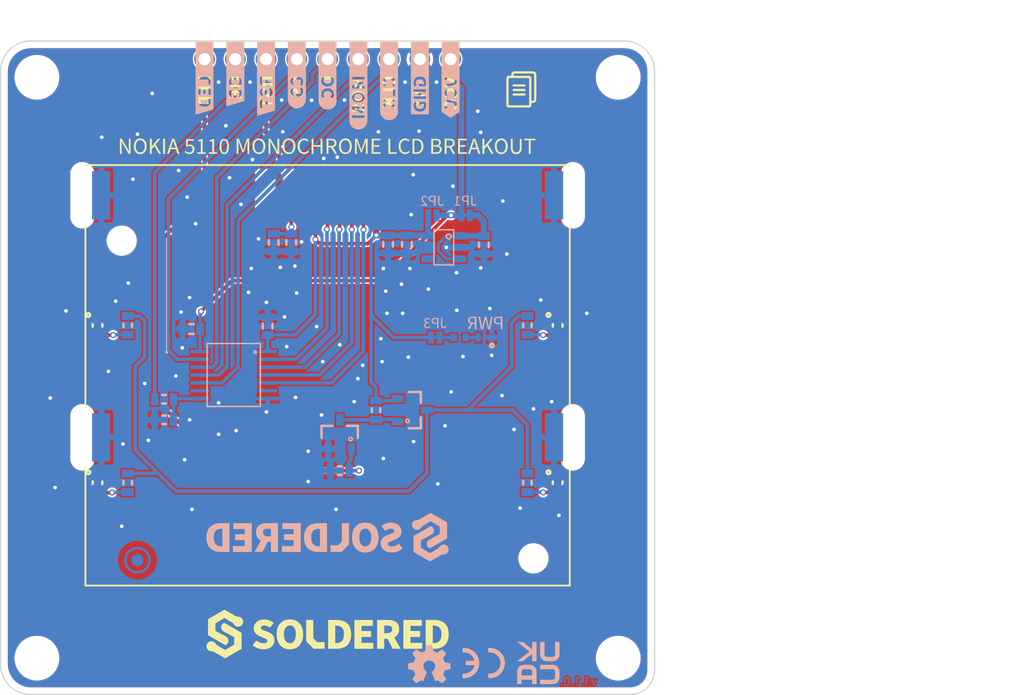
<source format=kicad_pcb>
(kicad_pcb (version 20211014) (generator pcbnew)
  (title_block (title "Nokia 5110 Monochrome LCD breakout") (date "2023-05-22") (rev "V1.1.0.") (company "SOLDERED") (comment 1 "333272"))
  (layers (0 "F.Cu" signal) (31 "B.Cu" signal) (34 "B.Paste" user) (35 "F.Paste" user) (36 "B.SilkS" user "B.Silkscreen") (37 "F.SilkS" user "F.Silkscreen") (38 "B.Mask" user) (39 "F.Mask" user) (44 "Edge.Cuts" user))
  (net 0 "")
  (net 1 "GND")
  (net 2 "Net-(C1-Pad2)")
  (net 3 "3V3")
  (net 4 "Net-(C3-Pad2)")
  (net 5 "VCC")
  (net 6 "OE")
  (net 7 "CS_H")
  (net 8 "MOSI_H")
  (net 9 "DC_H")
  (net 11 "CLK_L")
  (net 12 "MOSI_L")
  (net 13 "DC_L")
  (net 14 "CS_L")
  (net 15 "RST")
  (net 17 "CLK_H")
  (net 19 "Net-(D1-Pad1)")
  (net 20 "Net-(JP3-Pad2)")
  (net 21 "Net-(D2-Pad1)")
  (net 22 "Net-(D3-Pad1)")
  (net 23 "Net-(D4-Pad1)")
  (net 24 "Net-(D5-Pad1)")
  (net 25 "LED")
  (net 26 "Net-(Q1-Pad3)")
  (net 27 "Net-(R1-Pad2)")
  (net 28 "Net-(Q1-Pad1)")
  (footprint "kibuzzard-6401968D" (layer "F.Cu") (at 144.62 89 90)
    (fp_text reference "kibuzzard-6401968D" hide)
    (fp_text value "G***" hide)
  )
  (footprint "kibuzzard-64019679" (layer "F.Cu") (at 147.16 89.15 90)
    (fp_text reference "kibuzzard-64019679" hide)
    (fp_text value "G***" hide)
  )
  (footprint "e-radionica.com footprinti:0603LED" (layer "F.Cu") (at 118 122.5 -90)
    (fp_text reference "D2")
    (fp_text value "White")
    (pad "1" smd rect (at 0.825 0) (size 0.95 0.8) (layers "F.Cu" "F.Paste" "F.Mask") (net 21 "Net-(D2-Pad1)"))
    (pad "2" smd rect (at -0.825 0) (size 0.95 0.8) (layers "F.Cu" "F.Paste" "F.Mask") (net 1 "GND"))
  )
  (footprint "e-radionica.com footprinti:HOLE_3.2mm" (layer "F.Cu") (at 161 137)
    (fp_text reference "H2" hide)
    (fp_text value "HOLE_3.2mm" hide)
    (pad "" np_thru_hole circle locked (at 0 0) (size 3.2 3.2) (drill 3.2) (layers F&B.Cu *.Mask))
  )
  (footprint "e-radionica.com footprinti:Nokia_5110_LCD" (layer "F.Cu") (at 137 113)
    (fp_text reference "U2")
    (fp_text value "Nokia_5110_LCD")
    (pad "" np_thru_hole oval (at 20.25 5.75) (size 1.5 5) (drill oval 1.5 5) (layers F&B.Cu *.Mask))
    (pad "" np_thru_hole oval (at 20.25 -14.25) (size 1.5 5) (drill oval 1.5 5) (layers F&B.Cu *.Mask))
    (pad "" np_thru_hole oval (at -20.25 5.75) (size 1.5 5) (drill oval 1.5 5) (layers F&B.Cu *.Mask))
    (pad "" np_thru_hole oval (at -20.25 -14.25) (size 1.5 5) (drill oval 1.5 5) (layers F&B.Cu *.Mask))
    (pad "" np_thru_hole circle (at -17 -10.5) (size 2 2) (drill 2) (layers F&B.Cu *.Mask))
    (pad "" np_thru_hole circle (at 17 15.75) (size 2 2) (drill 2) (layers F&B.Cu *.Mask))
    (pad "1" smd rect (at 4 -14.25) (size 0.6 3) (layers "F.Cu" "F.Mask") (net 3 "3V3"))
    (pad "2" smd rect (at 3 -14.25) (size 0.6 3) (layers "F.Cu" "F.Mask") (net 11 "CLK_L"))
    (pad "3" smd rect (at 2 -14.25) (size 0.6 3) (layers "F.Cu" "F.Mask") (net 12 "MOSI_L"))
    (pad "4" smd rect (at 1 -14.25) (size 0.6 3) (layers "F.Cu" "F.Mask") (net 13 "DC_L"))
    (pad "5" smd rect (at 0 -14.25) (size 0.6 3) (layers "F.Cu" "F.Mask") (net 14 "CS_L"))
    (pad "6" smd rect (at -1 -14.25) (size 0.6 3) (layers "F.Cu" "F.Mask") (net 3 "3V3"))
    (pad "7" smd rect (at -18.7 -14.25) (size 1.5 4) (layers "B.Cu" "B.Mask") (net 1 "GND"))
    (pad "7" smd rect (at -2 -14.25) (size 0.6 3) (layers "F.Cu" "F.Mask") (net 1 "GND"))
    (pad "7" smd rect (at -18.7 5.75) (size 1.5 4) (layers "B.Cu" "B.Mask") (net 1 "GND"))
    (pad "7" smd rect (at 18.7 -14.25) (size 1.5 4) (layers "B.Cu" "B.Mask") (net 1 "GND"))
    (pad "7" smd rect (at 18.7 5.75) (size 1.5 4) (layers "B.Cu" "B.Mask") (net 1 "GND"))
    (pad "8" smd rect (at -3 -14.25) (size 0.6 3) (layers "F.Cu" "F.Mask") (net 4 "Net-(C3-Pad2)"))
    (pad "9" smd rect (at -4 -14.25) (size 0.6 3) (layers "F.Cu" "F.Mask") (net 15 "RST"))
  )
  (footprint "Soldered Graphics:Logo-Back-CE-3.5mm" (layer "F.Cu") (at 149.9 137.4)
    (fp_text reference "REF**" hide)
    (fp_text value "Logo-Back-CE-3.5mm" hide)
  )
  (footprint "Soldered Graphics:Logo-Back-UKCA-3.5mm" (layer "F.Cu") (at 154.4 137.4)
    (fp_text reference "REF**" hide)
    (fp_text value "Logo-Back-UKCA-3.5mm" hide)
  )
  (footprint "e-radionica.com footprinti:FIDUCIAL_23" (layer "F.Cu") (at 132.5 119.1)
    (fp_text reference "FD1")
    (fp_text value "FIDUCIAL")
    (fp_circle (center 0 0) (end 1 0) (layer "F.Cu") (width 0.2) (fill none))
    (pad "1" smd circle (at 0 0) (size 1 1) (layers "F.Cu" "F.Paste" "F.Mask") (clearance 1.1))
  )
  (footprint "e-radionica.com footprinti:HOLE_3.2mm" (layer "F.Cu") (at 161 89)
    (fp_text reference "H4" hide)
    (fp_text value "HOLE_3.2mm" hide)
    (pad "" np_thru_hole circle locked (at 0 0) (size 3.2 3.2) (drill 3.2) (layers F&B.Cu *.Mask))
  )
  (footprint "kibuzzard-6401969B" (layer "F.Cu") (at 134.46 88.76 90)
    (fp_text reference "kibuzzard-6401969B" hide)
    (fp_text value "G***" hide)
  )
  (footprint "kibuzzard-646B4D66" (layer "F.Cu") (at 137 94.7)
    (fp_text reference "kibuzzard-646B4D66" hide)
    (fp_text value "G***" hide)
  )
  (footprint "e-radionica.com footprinti:0603LED" (layer "F.Cu") (at 118 109.5 -90)
    (fp_text reference "D3")
    (fp_text value "White")
    (pad "1" smd rect (at 0.825 0) (size 0.95 0.8) (layers "F.Cu" "F.Paste" "F.Mask") (net 22 "Net-(D3-Pad1)"))
    (pad "2" smd rect (at -0.825 0) (size 0.95 0.8) (layers "F.Cu" "F.Paste" "F.Mask") (net 1 "GND"))
  )
  (footprint "Soldered Graphics:Logo-Front-SolderedFULL-20mm" (layer "F.Cu") (at 137 135)
    (fp_text reference "REF**" hide)
    (fp_text value "Logo-Front-SolderedFULL-20mm" hide)
  )
  (footprint "kibuzzard-640196A4" (layer "F.Cu") (at 129.38 88.68 90)
    (fp_text reference "kibuzzard-640196A4" hide)
    (fp_text value "G***" hide)
  )
  (footprint "e-radionica.com footprinti:HOLE_3.2mm" (layer "F.Cu") (at 113 137)
    (fp_text reference "H1" hide)
    (fp_text value "HOLE_3.2mm" hide)
    (pad "" np_thru_hole circle locked (at 0 0) (size 3.2 3.2) (drill 3.2) (layers F&B.Cu *.Mask))
  )
  (footprint "kibuzzard-64019697" (layer "F.Cu") (at 137 88.81 90)
    (fp_text reference "kibuzzard-64019697" hide)
    (fp_text value "G***" hide)
  )
  (footprint "kibuzzard-64019694" (layer "F.Cu") (at 139.54 89.64 90)
    (fp_text reference "kibuzzard-64019694" hide)
    (fp_text value "G***" hide)
  )
  (footprint "e-radionica.com footprinti:HOLE_3.2mm" (layer "F.Cu") (at 113 89)
    (fp_text reference "H3" hide)
    (fp_text value "HOLE_3.2mm" hide)
    (pad "" np_thru_hole circle locked (at 0 0) (size 3.2 3.2) (drill 3.2) (layers F&B.Cu *.Mask))
  )
  (footprint "Soldered Graphics:Logo-Back-SolderedFULL-20mm" (layer "F.Cu") (at 137 127)
    (fp_text reference "REF**" hide)
    (fp_text value "Logo-Front-SolderedFULL-20mm" hide)
  )
  (footprint "kibuzzard-6401974E" (layer "F.Cu") (at 126.84 89.02 90)
    (fp_text reference "kibuzzard-6401974E" hide)
    (fp_text value "G***" hide)
  )
  (footprint "e-radionica.com footprinti:0603LED" (layer "F.Cu") (at 156 122.5 -90)
    (fp_text reference "D5")
    (fp_text value "White")
    (pad "1" smd rect (at 0.825 0) (size 0.95 0.8) (layers "F.Cu" "F.Paste" "F.Mask") (net 24 "Net-(D5-Pad1)"))
    (pad "2" smd rect (at -0.825 0) (size 0.95 0.8) (layers "F.Cu" "F.Paste" "F.Mask") (net 1 "GND"))
  )
  (footprint "kibuzzard-6401969E" (layer "F.Cu") (at 131.92 89.07 90)
    (fp_text reference "kibuzzard-6401969E" hide)
    (fp_text value "G***" hide)
  )
  (footprint "kibuzzard-64019690" (layer "F.Cu") (at 142.08 89.25 90)
    (fp_text reference "kibuzzard-64019690" hide)
    (fp_text value "G***" hide)
  )
  (footprint "Soldered Graphics:Logo-Back-OSH-3.5mm" (layer "F.Cu") (at 145.4 137.5)
    (fp_text reference "G***" hide)
    (fp_text value "LOGO" hide)
  )
  (footprint "e-radionica.com footprinti:0603LED" (layer "F.Cu") (at 156 109.5 -90)
    (fp_text reference "D4")
    (fp_text value "White")
    (pad "1" smd rect (at 0.825 0) (size 0.95 0.8) (layers "F.Cu" "F.Paste" "F.Mask") (net 23 "Net-(D4-Pad1)"))
    (pad "2" smd rect (at -0.825 0) (size 0.95 0.8) (layers "F.Cu" "F.Paste" "F.Mask") (net 1 "GND"))
  )
  (footprint "Soldered Graphics:Symbol-Front-EPD" (layer "F.Cu") (at 153 90)
    (fp_text reference "G***" hide)
    (fp_text value "LOGO" hide)
  )
  (footprint "e-radionica.com footprinti:TXB0104QPWRQ1" (layer "B.Cu") (at 129.25 113.6 180)
    (fp_text reference "U3")
    (fp_text value "TXB0104QPWRQ1")
    (pad "1" smd rect (at -2.8 1.95 90) (size 0.3 1.55) (layers "B.Cu" "B.Paste" "B.Mask") (net 3 "3V3"))
    (pad "2" smd rect (at -2.8 1.3 90) (size 0.3 1.55) (layers "B.Cu" "B.Paste" "B.Mask") (net 14 "CS_L"))
    (pad "3" smd rect (at -2.8 0.65 90) (size 0.3 1.55) (layers "B.Cu" "B.Paste" "B.Mask") (net 13 "DC_L"))
    (pad "4" smd rect (at -2.8 0 90) (size 0.3 1.55) (layers "B.Cu" "B.Paste" "B.Mask") (net 12 "MOSI_L"))
    (pad "5" smd rect (at -2.8 -0.65 90) (size 0.3 1.55) (layers "B.Cu" "B.Paste" "B.Mask") (net 11 "CLK_L"))
    (pad "6" smd rect (at -2.8 -1.3 90) (size 0.3 1.55) (layers "B.Cu" "B.Paste" "B.Mask"))
    (pad "7" smd rect (at -2.8 -1.95 90) (size 0.3 1.55) (layers "B.Cu" "B.Paste" "B.Mask") (net 1 "GND"))
    (pad "8" smd rect (at 2.8 -1.95 90) (size 0.3 1.55) (layers "B.Cu" "B.Paste" "B.Mask") (net 27 "Net-(R1-Pad2)"))
    (pad "9" smd rect (at 2.8 -1.3 90) (size 0.3 1.55) (layers "B.Cu" "B.Paste" "B.Mask"))
    (pad "10" smd rect (at 2.79 -0.65 90) (size 0.3 1.55) (layers "B.Cu" "B.Paste" "B.Mask") (net 17 "CLK_H"))
    (pad "11" smd rect (at 2.8 0 90) (size 0.3 1.55) (layers "B.Cu" "B.Paste" "B.Mask") (net 8 "MOSI_H"))
    (pad "12" smd rect (at 2.8 0.65 90) (size 0.3 1.55) (layers "B.Cu" "B.Paste" "B.Mask") (net 9 "DC_H"))
    (pad "13" smd rect (at 2.8 1.3 90) (size 0.3 1.55) (layers "B.Cu" "B.Paste" "B.Mask") (net 7 "CS_H"))
    (pad "14" smd rect (at 2.8 1.95 90) (size 0.3 1.55) (layers "B.Cu" "B.Paste" "B.Mask") (net 5 "VCC"))
  )
  (footprint "kibuzzard-64019789" (layer "B.Cu") (at 150 109.3 180)
    (fp_text reference "kibuzzard-64019789" hide)
    (fp_text value "G***" hide)
  )
  (footprint "e-radionica.com footprinti:0603C" (layer "B.Cu") (at 132.05 109.55 90)
    (fp_text reference "C5")
    (fp_text value "100n")
    (pad "1" smd rect locked (at -0.73 0 90) (size 0.66 1) (layers "B.Cu" "B.Paste" "B.Mask") (net 3 "3V3"))
    (pad "2" smd rect locked (at 0.73 0 90) (size 0.66 1) (layers "B.Cu" "B.Paste" "B.Mask") (net 1 "GND"))
  )
  (footprint "e-radionica.com footprinti:0603R" (layer "B.Cu") (at 141 116.5 -90)
    (fp_text reference "R3")
    (fp_text value "10k")
    (pad "1" smd rect locked (at -0.775 0 180) (size 1 0.64) (layers "B.Cu" "B.Paste" "B.Mask") (net 3 "3V3"))
    (pad "2" smd rect locked (at 0.775 0 180) (size 1 0.64) (layers "B.Cu" "B.Paste" "B.Mask") (net 28 "Net-(Q1-Pad1)"))
  )
  (footprint "e-radionica.com footprinti:SOT-23-3" (layer "B.Cu") (at 138 118.5 -90)
    (fp_text reference "Q2")
    (fp_text value "NMOS")
    (pad "1" smd rect (at 1.2 -0.95) (size 0.6 1) (layers "B.Cu" "B.Paste" "B.Mask") (net 25 "LED"))
    (pad "2" smd rect (at 1.2 0.95) (size 0.6 1) (layers "B.Cu" "B.Paste" "B.Mask") (net 1 "GND"))
    (pad "3" smd rect (at -1.2 0) (size 0.6 1) (layers "B.Cu" "B.Paste" "B.Mask") (net 28 "Net-(Q1-Pad1)"))
  )
  (footprint "e-radionica.com footprinti:0603R" (layer "B.Cu") (at 123.5 115.6)
    (fp_text reference "R8")
    (fp_text value "5k1")
    (pad "1" smd rect locked (at -0.775 0 270) (size 1 0.64) (layers "B.Cu" "B.Paste" "B.Mask") (net 6 "OE"))
    (pad "2" smd rect locked (at 0.775 0 270) (size 1 0.64) (layers "B.Cu" "B.Paste" "B.Mask") (net 27 "Net-(R1-Pad2)"))
  )
  (footprint "kibuzzard-640198C6" (layer "B.Cu") (at 134.46 88.76 -90)
    (fp_text reference "kibuzzard-640198C6" hide)
    (fp_text value "G***" hide)
  )
  (footprint "e-radionica.com footprinti:SMD-JUMPER-CONNECTED_TRACE_SOLDERMASK" (layer "B.Cu") (at 145.9 110.5)
    (fp_text reference "JP3")
    (fp_text value "SMD-JUMPER-CONNECTED_TRACE_SOLDERMASK")
    (fp_poly (pts (xy 0.1 -0.1) (xy -0.1 -0.1) (xy -0.1 0.1) (xy 0.1 0.1)) (layer "B.Cu") (width 0.1) (fill solid))
    (pad "1" smd rect (at -0.35 0) (size 0.5 1) (layers "B.Cu" "B.Mask") (net 3 "3V3"))
    (pad "2" smd rect (at 0.35 0) (size 0.5 1) (layers "B.Cu" "B.Mask") (net 20 "Net-(JP3-Pad2)"))
  )
  (footprint "e-radionica.com footprinti:HEADER_MALE_9X1" (layer "B.Cu") (at 137 87.5)
    (fp_text reference "K1")
    (fp_text value "HEADER_MALE_9X1")
    (pad "1" thru_hole circle locked (at -10.16 0) (size 1.7 1.7) (drill 1) (layers *.Cu *.Mask) (net 25 "LED"))
    (pad "2" thru_hole circle locked (at -7.62 0) (size 1.7 1.7) (drill 1) (layers *.Cu *.Mask) (net 6 "OE"))
    (pad "3" thru_hole circle locked (at -5.08 0) (size 1.7 1.7) (drill 1) (layers *.Cu *.Mask) (net 15 "RST"))
    (pad "4" thru_hole circle locked (at -2.54 0) (size 1.7 1.7) (drill 1) (layers *.Cu *.Mask) (net 7 "CS_H"))
    (pad "5" thru_hole circle locked (at 0 0) (size 1.7 1.7) (drill 1) (layers *.Cu *.Mask) (net 9 "DC_H"))
    (pad "6" thru_hole circle locked (at 2.54 0) (size 1.7 1.7) (drill 1) (layers *.Cu *.Mask) (net 8 "MOSI_H"))
    (pad "7" thru_hole circle locked (at 5.08 0) (size 1.7 1.7) (drill 1) (layers *.Cu *.Mask) (net 17 "CLK_H"))
    (pad "8" thru_hole circle locked (at 7.62 0) (size 1.7 1.7) (drill 1) (layers *.Cu *.Mask) (net 1 "GND"))
    (pad "9" thru_hole circle locked (at 10.16 0) (size 1.7 1.7) (drill 1) (layers *.Cu *.Mask) (net 5 "VCC"))
  )
  (footprint "e-radionica.com footprinti:FIDUCIAL_23" (layer "B.Cu") (at 121.3 128.9 180)
    (fp_text reference "FD1")
    (fp_text value "FIDUCIAL")
    (fp_circle (center 0 0) (end 1 0) (layer "B.Cu") (width 0.2) (fill none))
    (pad "1" smd circle (at 0 0 180) (size 1 1) (layers "B.Cu" "B.Paste" "B.Mask") (clearance 1.1))
  )
  (footprint "e-radionica.com footprinti:0603R" (layer "B.Cu") (at 123.5 117.3)
    (fp_text reference "R1")
    (fp_text value "10k")
    (pad "1" smd rect locked (at -0.775 0 270) (size 1 0.64) (layers "B.Cu" "B.Paste" "B.Mask") (net 1 "GND"))
    (pad "2" smd rect locked (at 0.775 0 270) (size 1 0.64) (layers "B.Cu" "B.Paste" "B.Mask") (net 27 "Net-(R1-Pad2)"))
  )
  (footprint "e-radionica.com footprinti:0402LED" (layer "B.Cu") (at 150 110.5 180)
    (fp_text reference "D1")
    (fp_text value "purple")
    (pad "1" smd rect (at 0.55 0 90) (size 0.75 0.45) (layers "B.Cu" "B.Paste" "B.Mask") (net 19 "Net-(D1-Pad1)"))
    (pad "2" smd rect (at -0.55 0 90) (size 0.75 0.45) (layers "B.Cu" "B.Paste" "B.Mask") (net 1 "GND"))
  )
  (footprint "e-radionica.com footprinti:0603R" (layer "B.Cu") (at 120.5 109.5 -90)
    (fp_text reference "R6")
    (fp_text value "10")
    (pad "1" smd rect locked (at -0.775 0 180) (size 1 0.64) (layers "B.Cu" "B.Paste" "B.Mask") (net 26 "Net-(Q1-Pad3)"))
    (pad "2" smd rect locked (at 0.775 0 180) (size 1 0.64) (layers "B.Cu" "B.Paste" "B.Mask") (net 22 "Net-(D3-Pad1)"))
  )
  (footprint "e-radionica.com footprinti:0603R" (layer "B.Cu") (at 138 121.5)
    (fp_text reference "R4")
    (fp_text value "10k")
    (pad "1" smd rect locked (at -0.775 0 270) (size 1 0.64) (layers "B.Cu" "B.Paste" "B.Mask") (net 1 "GND"))
    (pad "2" smd rect locked (at 0.775 0 270) (size 1 0.64) (layers "B.Cu" "B.Paste" "B.Mask") (net 25 "LED"))
  )
  (footprint "e-radionica.com footprinti:0402R" (layer "B.Cu") (at 147.9 110.5)
    (fp_text reference "R2")
    (fp_text value "330R")
    (pad "1" smd rect locked (at -0.5 0 270) (size 0.64 0.54) (layers "B.Cu" "B.Paste" "B.Mask") (net 20 "Net-(JP3-Pad2)"))
    (pad "2" smd rect locked (at 0.5 0 270) (size 0.64 0.54) (layers "B.Cu" "B.Paste" "B.Mask") (net 19 "Net-(D1-Pad1)"))
  )
  (footprint "kibuzzard-640198BB" (layer "B.Cu") (at 137 88.81 -90)
    (fp_text reference "kibuzzard-640198BB" hide)
    (fp_text value "G***" hide)
  )
  (footprint "e-radionica.com footprinti:0603C" (layer "B.Cu") (at 134 102.65 90)
    (fp_text reference "C3")
    (fp_text value "100n")
    (pad "1" smd rect locked (at -0.73 0 90) (size 0.66 1) (layers "B.Cu" "B.Paste" "B.Mask") (net 1 "GND"))
    (pad "2" smd rect locked (at 0.73 0 90) (size 0.66 1) (layers "B.Cu" "B.Paste" "B.Mask") (net 4 "Net-(C3-Pad2)"))
  )
  (footprint "e-radionica.com footprinti:0603C" (layer "B.Cu") (at 142 102.8 90)
    (fp_text reference "C4")
    (fp_text value "100n")
    (pad "1" smd rect locked (at -0.73 0 90) (size 0.66 1) (layers "B.Cu" "B.Paste" "B.Mask") (net 1 "GND"))
    (pad "2" smd rect locked (at 0.73 0 90) (size 0.66 1) (layers "B.Cu" "B.Paste" "B.Mask") (net 3 "3V3"))
  )
  (footprint "kibuzzard-6401977A" (layer "B.Cu") (at 145.65 99.2 180)
    (fp_text reference "kibuzzard-6401977A" hide)
    (fp_text value "G***" hide)
  )
  (footprint "e-radionica.com footprinti:SMD-JUMPER-CONNECTED_TRACE_SOLDERMASK" (layer "B.Cu") (at 148.4 100.4 180)
    (fp_text reference "JP1")
    (fp_text value "SMD-JUMPER-CONNECTED_TRACE_SOLDERMASK")
    (fp_poly (pts (xy 0.1 -0.1) (xy -0.1 -0.1) (xy -0.1 0.1) (xy 0.1 0.1)) (layer "B.Cu") (width 0.1) (fill solid))
    (pad "1" smd rect (at -0.35 0 180) (size 0.5 1) (layers "B.Cu" "B.Mask") (net 2 "Net-(C1-Pad2)"))
    (pad "2" smd rect (at 0.35 0 180) (size 0.5 1) (layers "B.Cu" "B.Mask") (net 5 "VCC"))
  )
  (footprint "e-radionica.com footprinti:0603R" (layer "B.Cu") (at 120.5 122.5 -90)
    (fp_text reference "R5")
    (fp_text value "10")
    (pad "1" smd rect locked (at -0.775 0 180) (size 1 0.64) (layers "B.Cu" "B.Paste" "B.Mask") (net 26 "Net-(Q1-Pad3)"))
    (pad "2" smd rect locked (at 0.775 0 180) (size 1 0.64) (layers "B.Cu" "B.Paste" "B.Mask") (net 21 "Net-(D2-Pad1)"))
  )
  (footprint "kibuzzard-640198D2" (layer "B.Cu") (at 131.92 89.07 -90)
    (fp_text reference "kibuzzard-640198D2" hide)
    (fp_text value "G***" hide)
  )
  (footprint "kibuzzard-64019880" (layer "B.Cu") (at 144.62 89 -90)
    (fp_text reference "kibuzzard-64019880" hide)
    (fp_text value "G***" hide)
  )
  (footprint "e-radionica.com footprinti:0603C" (layer "B.Cu") (at 125.75 109.8)
    (fp_text reference "C6")
    (fp_text value "100n")
    (pad "1" smd rect locked (at -0.73 0) (size 0.66 1) (layers "B.Cu" "B.Paste" "B.Mask") (net 1 "GND"))
    (pad "2" smd rect locked (at 0.73 0) (size 0.66 1) (layers "B.Cu" "B.Paste" "B.Mask") (net 5 "VCC"))
  )
  (footprint "e-radionica.com footprinti:0603R" (layer "B.Cu") (at 153.5 109.5 -90)
    (fp_text reference "R7")
    (fp_text value "10")
    (pad "1" smd rect locked (at -0.775 0 180) (size 1 0.64) (layers "B.Cu" "B.Paste" "B.Mask") (net 26 "Net-(Q1-Pad3)"))
    (pad "2" smd rect locked (at 0.775 0 180) (size 1 0.64) (layers "B.Cu" "B.Paste" "B.Mask") (net 23 "Net-(D4-Pad1)"))
  )
  (footprint "kibuzzard-6401989A" (layer "B.Cu") (at 139.54 89.64 -90)
    (fp_text reference "kibuzzard-6401989A" hide)
    (fp_text value "G***" hide)
  )
  (footprint "kibuzzard-64019785" (layer "B.Cu") (at 145.9 109.3 180)
    (fp_text reference "kibuzzard-64019785" hide)
    (fp_text value "G***" hide)
  )
  (footprint "e-radionica.com footprinti:0603R" (layer "B.Cu") (at 153.5 122.5 -90)
    (fp_text reference "R9")
    (fp_text value "10")
    (pad "1" smd rect locked (at -0.775 0 180) (size 1 0.64) (layers "B.Cu" "B.Paste" "B.Mask") (net 26 "Net-(Q1-Pad3)"))
    (pad "2" smd rect locked (at 0.775 0 180) (size 1 0.64) (layers "B.Cu" "B.Paste" "B.Mask") (net 24 "Net-(D5-Pad1)"))
  )
  (footprint "kibuzzard-6401983D" (layer "B.Cu") (at 147.16 89.15 -90)
    (fp_text reference "kibuzzard-6401983D" hide)
    (fp_text value "G***" hide)
  )
  (footprint "e-radionica.com footprinti:SOT-23-5" (layer "B.Cu") (at 146.6 103.05)
    (fp_text reference "U1")
    (fp_text value "SE5218")
    (pad "1" smd rect (at 1.3 -0.95 180) (size 1.1 0.6) (layers "B.Cu" "B.Paste" "B.Mask") (net 2 "Net-(C1-Pad2)"))
    (pad "2" smd rect (at 1.3 0 180) (size 1.1 0.6) (layers "B.Cu" "B.Paste" "B.Mask") (net 1 "GND"))
    (pad "3" smd rect (at 1.3 0.95 180) (size 1.1 0.6) (layers "B.Cu" "B.Paste" "B.Mask") (net 2 "Net-(C1-Pad2)"))
    (pad "4" smd rect (at -1.3 0.95 180) (size 1.1 0.6) (layers "B.Cu" "B.Paste" "B.Mask"))
    (pad "5" smd rect (at -1.3 -0.95 180) (size 1.1 0.6) (layers "B.Cu" "B.Paste" "B.Mask") (net 3 "3V3"))
  )
  (footprint "e-radionica.com footprinti:SMD_JUMPER" (layer "B.Cu") (at 145.65 100.4 180)
    (fp_text reference "JP2")
    (fp_text value "SMD_JUMPER")
    (pad "1" smd rect (at -0.35 0 180) (size 0.5 1) (layers "B.Cu" "B.Mask") (net 5 "VCC"))
    (pad "2" smd rect (at 0.35 0 180) (size 0.5 1) (layers "B.Cu" "B.Mask") (net 3 "3V3"))
  )
  (footprint "e-radionica.com footprinti:SOT-23-3" (layer "B.Cu") (at 144 116.5 180)
    (fp_text reference "Q1")
    (fp_text value "PMOS")
    (pad "1" smd rect (at 1.2 -0.95 270) (size 0.6 1) (layers "B.Cu" "B.Paste" "B.Mask") (net 28 "Net-(Q1-Pad1)"))
    (pad "2" smd rect (at 1.2 0.95 270) (size 0.6 1) (layers "B.Cu" "B.Paste" "B.Mask") (net 3 "3V3"))
    (pad "3" smd rect (at -1.2 0 270) (size 0.6 1) (layers "B.Cu" "B.Paste" "B.Mask") (net 26 "Net-(Q1-Pad3)"))
  )
  (footprint "Soldered Graphics:Version1.1.0" (layer "B.Cu") (at 157.7 138.9 180)
    (fp_text reference "Ref**" hide)
    (fp_text value "Val**" hide)
    (fp_poly (pts (xy 0.43 -0.38) (xy 0.48 -0.38) (xy 0.54 -0.37) (xy 0.54 -0.33) (xy 0.54 -0.27) (xy 0.5 -0.26) (xy 0.45 -0.26) (xy 0.42 -0.29) (xy 0.42 -0.34) (xy 0.43 -0.38)) (layer "B.Cu") (width 0.01) (fill solid))
    (fp_poly (pts (xy -0.67 -0.35) (xy -0.62 -0.35) (xy -0.6 -0.31) (xy -0.6 0.35) (xy -0.64 0.38) (xy -0.69 0.38) (xy -0.73 0.34) (xy -0.84 0.22) (xy -0.86 0.17) (xy -0.83 0.16) (xy -0.73 0.22) (xy -0.69 0.23) (xy -0.69 -0.31) (xy -0.67 -0.35)) (layer "B.Cu") (width 0.01) (fill solid))
    (fp_poly (pts (xy 0.08 -0.35) (xy 0.13 -0.35) (xy 0.15 -0.31) (xy 0.15 0.35) (xy 0.11 0.38) (xy 0.06 0.38) (xy 0.02 0.34) (xy -0.09 0.22) (xy -0.11 0.17) (xy -0.08 0.16) (xy 0.02 0.22) (xy 0.06 0.23) (xy 0.06 -0.31) (xy 0.08 -0.35)) (layer "B.Cu") (width 0.01) (fill solid))
    (fp_poly (pts (xy -1.33 -0.35) (xy -1.27 -0.35) (xy -1.25 -0.31) (xy -1.09 0.1) (xy -1.11 0.13) (xy -1.16 0.13) (xy -1.19 0.1) (xy -1.28 -0.16) (xy -1.3 -0.21) (xy -1.32 -0.17) (xy -1.41 0.09) (xy -1.44 0.13) (xy -1.49 0.13) (xy -1.51 0.1) (xy -1.36 -0.31) (xy -1.33 -0.35)) (layer "B.Cu") (width 0.01) (fill solid))
    (fp_poly (pts (xy 0.93 -0.35) (xy 0.99 -0.35) (xy 1.04 -0.33) (xy 1.01 -0.28) (xy 0.91 -0.28) (xy 0.87 -0.25) (xy 0.85 -0.2) (xy 0.83 -0.15) (xy 0.83 -0.11) (xy 0.82 0.01) (xy 0.83 0.13) (xy 0.83 0.17) (xy 0.84 0.22) (xy 0.87 0.27) (xy 0.9 0.3) (xy 1.01 0.3) (xy 1.04 0.26) (xy 1.05 0.21) (xy 1.06 0.15) (xy 1.07 0.05) (xy 1.07 -0.08) (xy 1.06 -0.12) (xy 1.06 -0.17) (xy 1.04 -0.22) (xy 1.02 -0.27) (xy 1.01 -0.28) (xy 1.05 -0.32) (xy 1.09 -0.29) (xy 1.12 -0.26) (xy 1.14 -0.22) (xy 1.15 -0.16) (xy 1.16 -0.11) (xy 1.16 -0.06) (xy 1.16 0.06) (xy 1.16 0.12) (xy 1.15 0.17) (xy 1.14 0.22) (xy 1.13 0.27) (xy 1.1 0.3) (xy 1.06 0.34) (xy 1.01 0.37) (xy 0.95 0.38) (xy 0.9 0.38) (xy 0.84 0.35) (xy 0.8 0.31) (xy 0.78 0.28) (xy 0.75 0.23) (xy 0.74 0.18) (xy 0.74 0.13) (xy 0.73 0.08) (xy 0.73 -0.04) (xy 0.73 -0.1) (xy 0.74 -0.14) (xy 0.75 -0.2) (xy 0.77 -0.25) (xy 0.79 -0.28) (xy 0.83 -0.32) (xy 0.89 -0.35) (xy 0.93 -0.35)) (layer "B.Cu") (width 0.01) (fill solid))
    (fp_poly (pts (xy -0.44 -0.38) (xy -0.39 -0.38) (xy -0.34 -0.37) (xy -0.34 -0.33) (xy -0.34 -0.27) (xy -0.38 -0.26) (xy -0.43 -0.26) (xy -0.46 -0.29) (xy -0.46 -0.34) (xy -0.44 -0.38)) (layer "B.Cu") (width 0.01) (fill solid))
    (fp_poly (pts (xy 1.31 -0.38) (xy 1.36 -0.38) (xy 1.41 -0.37) (xy 1.42 -0.33) (xy 1.42 -0.27) (xy 1.38 -0.26) (xy 1.33 -0.26) (xy 1.3 -0.29) (xy 1.3 -0.34) (xy 1.31 -0.38)) (layer "B.Cu") (width 0.01) (fill solid))
  )
  (footprint "kibuzzard-640198DB" (layer "B.Cu") (at 129.38 88.68 -90)
    (fp_text reference "kibuzzard-640198DB" hide)
    (fp_text value "G***" hide)
  )
  (footprint "kibuzzard-6401977E" (layer "B.Cu") (at 148.4 99.2 180)
    (fp_text reference "kibuzzard-6401977E" hide)
    (fp_text value "G***" hide)
  )
  (footprint "e-radionica.com footprinti:0603C" (layer "B.Cu") (at 132.55 102.65 90)
    (fp_text reference "C7")
    (fp_text value "4u7")
    (pad "1" smd rect locked (at -0.73 0 90) (size 0.66 1) (layers "B.Cu" "B.Paste" "B.Mask") (net 1 "GND"))
    (pad "2" smd rect locked (at 0.73 0 90) (size 0.66 1) (layers "B.Cu" "B.Paste" "B.Mask") (net 4 "Net-(C3-Pad2)"))
  )
  (footprint "kibuzzard-6401988B" (layer "B.Cu") (at 142.08 89.25 -90)
    (fp_text reference "kibuzzard-6401988B" hide)
    (fp_text value "G***" hide)
  )
  (footprint "kibuzzard-640198F2" (layer "B.Cu") (at 126.84 89.02 -90)
    (fp_text reference "kibuzzard-640198F2" hide)
    (fp_text value "G***" hide)
  )
  (footprint "e-radionica.com footprinti:0603C" (layer "B.Cu") (at 149.9 102.85 90)
    (fp_text reference "C1")
    (fp_text value "2u2")
    (pad "1" smd rect locked (at -0.73 0 90) (size 0.66 1) (layers "B.Cu" "B.Paste" "B.Mask") (net 1 "GND"))
    (pad "2" smd rect locked (at 0.73 0 90) (size 0.66 1) (layers "B.Cu" "B.Paste" "B.Mask") (net 2 "Net-(C1-Pad2)"))
  )
  (footprint "e-radionica.com footprinti:0603C" (layer "B.Cu") (at 143.55 102.8 90)
    (fp_text reference "C2")
    (fp_text value "2u2")
    (pad "1" smd rect locked (at -0.73 0 90) (size 0.66 1) (layers "B.Cu" "B.Paste" "B.Mask") (net 1 "GND"))
    (pad "2" smd rect locked (at 0.73 0 90) (size 0.66 1) (layers "B.Cu" "B.Paste" "B.Mask") (net 3 "3V3"))
  )
  (gr_line (start 164 138) (end 164 88.5) (layer "Edge.Cuts") (width 0.1))
  (gr_arc (start 164 138) (mid 163.414214 139.414214) (end 162 140) (layer "Edge.Cuts") (width 0.1))
  (gr_line (start 161.5 86) (end 112.5 86) (layer "Edge.Cuts") (width 0.1))
  (gr_arc (start 112.5 140) (mid 110.732233 139.267767) (end 110 137.5) (layer "Edge.Cuts") (width 0.1))
  (gr_arc (start 161.5 86) (mid 163.267767 86.732233) (end 164 88.5) (layer "Edge.Cuts") (width 0.1))
  (gr_arc (start 110 88.5) (mid 110.732233 86.732233) (end 112.5 86) (layer "Edge.Cuts") (width 0.1))
  (gr_line (start 112.5 140) (end 162 140) (layer "Edge.Cuts") (width 0.1))
  (gr_line (start 110 88.5) (end 110 137.5) (layer "Edge.Cuts") (width 0.1))
  (segment (start 135.7 95.7) (end 136.68 95.7) (width 0.5) (layer "F.Cu") (net 1))
  (segment (start 135 98.75) (end 135 96.4) (width 0.5) (layer "F.Cu") (net 1))
  (segment (start 135 96.4) (end 135.7 95.7) (width 0.5) (layer "F.Cu") (net 1))
  (via (at 141.6 120.5) (size 0.5) (drill 0.3) (layers "F.Cu" "B.Cu") (net 1))
  (via (at 141.9 108.5) (size 0.5) (drill 0.3) (layers "F.Cu" "B.Cu") (net 1))
  (via (at 133.45 108.8) (size 0.5) (drill 0.3) (layers "F.Cu" "B.Cu") (net 1))
  (via (at 136.6 112.5) (size 0.5) (drill 0.3) (layers "F.Cu" "B.Cu") (net 1))
  (via (at 126.1 101.1) (size 0.5) (drill 0.3) (layers "F.Cu" "B.Cu") (net 1))
  (via (at 141.4 110.6) (size 0.5) (drill 0.3) (layers "F.Cu" "B.Cu") (net 1))
  (via (at 141.8 106.675) (size 0.5) (drill 0.3) (layers "F.Cu" "B.Cu") (net 1))
  (via (at 151.8 103.6) (size 0.5) (drill 0.3) (layers "F.Cu" "B.Cu") (net 1))
  (via (at 143.9 100.35) (size 0.5) (drill 0.3) (layers "F.Cu" "B.Cu") (net 1))
  (via (at 149.65 93.55) (size 0.5) (drill 0.3) (layers "F.Cu" "B.Cu") (net 1))
  (via (at 155.5 115.8) (size 0.5) (drill 0.3) (layers "F.Cu" "B.Cu") (net 1))
  (via (at 120.925 97.425) (size 0.5) (drill 0.3) (layers "F.Cu" "B.Cu") (net 1))
  (via (at 158.4 108.5) (size 0.5) (drill 0.3) (layers "F.Cu" "B.Cu") (net 1))
  (via (at 115.4 108.3) (size 0.5) (drill 0.3) (layers "F.Cu" "B.Cu") (net 1))
  (via (at 131.3 102.35) (size 0.5) (drill 0.3) (layers "F.Cu" "B.Cu") (net 1))
  (via (at 148.175 112.075) (size 0.5) (drill 0.3) (layers "F.Cu" "B.Cu") (net 1))
  (via (at 137.7 124.7) (size 0.5) (drill 0.3) (layers "F.Cu" "B.Cu") (net 1))
  (via (at 146.7 117.8) (size 0.5) (drill 0.3) (layers "F.Cu" "B.Cu") (net 1))
  (via (at 139.5 113.9) (size 0.5) (drill 0.3) (layers "F.Cu" "B.Cu") (net 1))
  (via (at 156.1 125.2) (size 0.5) (drill 0.3) (layers "F.Cu" "B.Cu") (net 1))
  (via (at 134.45 106.825) (size 0.5) (drill 0.3) (layers "F.Cu" "B.Cu") (net 1))
  (via (at 152.4 118.1) (size 0.5) (drill 0.3) (layers "F.Cu" "B.Cu") (net 1))
  (via (at 137.8 95.6) (size 0.5) (drill 0.3) (layers "F.Cu" "B.Cu") (net 1))
  (via (at 150.4 108.1) (size 0.5) (drill 0.3) (layers "F.Cu" "B.Cu") (net 1))
  (via (at 120.55 106) (size 0.5) (drill 0.3) (layers "F.Cu" "B.Cu") (net 1))
  (via (at 119.5 107.5) (size 0.5) (drill 0.3) (layers "F.Cu" "B.Cu") (net 1))
  (via (at 134.3 104.6) (size 0.5) (drill 0.3) (layers "F.Cu" "B.Cu") (net 1))
  (via (at 147.65 105.15) (size 0.5) (drill 0.3) (layers "F.Cu" "B.Cu") (net 1))
  (via (at 124.475 113.675) (size 0.5) (drill 0.3) (layers "F.Cu" "B.Cu") (net 1))
  (via (at 125.6 107.2) (size 0.5) (drill 0.3) (layers "F.Cu" "B.Cu") (net 1))
  (via (at 125.8 124.7) (size 0.5) (drill 0.3) (layers "F.Cu" "B.Cu") (net 1))
  (via (at 114.1 115.5) (size 0.5) (drill 0.3) (layers "F.Cu" "B.Cu") (net 1))
  (via (at 133.1 104.7) (size 0.5) (drill 0.3) (layers "F.Cu" "B.Cu") (net 1))
  (via (at 124.7 96.7) (size 0.5) (drill 0.3) (layers "F.Cu" "B.Cu") (net 1))
  (via (at 141.5 112.5) (size 0.5) (drill 0.3) (layers "F.Cu" "B.Cu") (net 1))
  (via (at 146.1 122.6) (size 0.5) (drill 0.3) (layers "F.Cu" "B.Cu") (net 1))
  (via (at 131.95 107.6) (size 0.5) (drill 0.3) (layers "F.Cu" "B.Cu") (net 1))
  (via (at 118.35 93.95) (size 0.5) (drill 0.3) (layers "F.Cu" "B.Cu") (net 1))
  (via (at 120 126.1) (size 0.5) (drill 0.3) (layers "F.Cu" "B.Cu") (net 1))
  (via (at 133.21 90.88) (size 0.5) (drill 0.3) (layers "F.Cu" "B.Cu") (net 1))
  (via (at 143.4 89.4) (size 0.5) (drill 0.3) (layers "F.Cu" "B.Cu") (net 1))
  (via (at 121.3 93.7) (size 0.5) (drill 0.3) (layers "F.Cu" "B.Cu") (net 1))
  (via (at 147.35 98) (size 0.5) (drill 0.3) (layers "F.Cu" "B.Cu") (net 1))
  (via (at 135.4 122.4) (size 0.5) (drill 0.3) (layers "F.Cu" "B.Cu") (net 1))
  (via (at 130.8 95.8) (size 0.5) (drill 0.3) (layers "F.Cu" "B.Cu") (net 1))
  (via (at 143.2 108.5) (size 0.5) (drill 0.3) (layers "F.Cu" "B.Cu") (net 1))
  (via (at 124.9 108.4) (size 0.5) (drill 0.3) (layers "F.Cu" "B.Cu") (net 1))
  (via (at 144.55 93.45) (size 0.5) (drill 0.3) (layers "F.Cu" "B.Cu") (net 1))
  (via (at 128 118.5) (size 0.5) (drill 0.3) (layers "F.Cu" "B.Cu") (net 1))
  (via (at 141.2 93.5) (size 0.5) (drill 0.3) (layers "F.Cu" "B.Cu") (net 1))
  (via (at 135.4 119.9) (size 0.5) (drill 0.3) (layers "F.Cu" "B.Cu") (net 1))
  (via (at 128 89.4) (size 0.5) (drill 0.3) (layers "F.Cu" "B.Cu") (net 1))
  (via (at 134.851573 102.597029) (size 0.5) (drill 0.3) (layers "F.Cu" "B.Cu") (net 1))
  (via (at 143.8 104.8) (size 0.5) (drill 0.3) (layers "F.Cu" "B.Cu") (net 1))
  (via (at 139.9 112.8) (size 0.5) (drill 0.3) (layers "F.Cu" "B.Cu") (net 1))
  (via (at 134.35 115.45) (size 0.5) (drill 0.3) (layers "F.Cu" "B.Cu") (net 1))
  (via (at 122.2 119) (size 0.5) (drill 0.3) (layers "F.Cu" "B.Cu") (net 1))
  (via (at 125.6 117.3) (size 0.5) (drill 0.3) (layers "F.Cu" "B.Cu") (net 1))
  (via (at 125 111.35) (size 0.5) (drill 0.3) (layers "F.Cu" "B.Cu") (net 1))
  (via (at 122.525 90.325) (size 0.5) (drill 0.3) (layers "F.Cu" "B.Cu") (net 1))
  (via (at 143.1 106.1) (size 0.5) (drill 0.3) (layers "F.Cu" "B.Cu") (net 1))
  (via (at 125.4 98.9) (size 0.5) (drill 0.3) (layers "F.Cu" "B.Cu") (net 1))
  (via (at 149.65 104.75) (size 0.5) (drill 0.3) (layers "F.Cu" "B.Cu") (net 1))
  (via (at 151.475 99.225) (size 0.5) (drill 0.3) (layers "F.Cu" "B.Cu") (net 1))
  (via (at 133.3 93.5) (size 0.5) (drill 0.3) (layers "F.Cu" "B.Cu") (net 1))
  (via (at 145.325 106.5) (size 0.5) (drill 0.3) (layers "F.Cu" "B.Cu") (net 1))
  (via (at 118.9 113.3) (size 0.5) (drill 0.3) (layers "F.Cu" "B.Cu") (net 1))
  (via (at 114.5 122.9) (size 0.5) (drill 0.3) (layers "F.Cu" "B.Cu") (net 1))
  (via (at 151.4 115.3) (size 0.5) (drill 0.3) (layers "F.Cu" "B.Cu") (net 1))
  (via (at 144.1 119.1) (size 0.5) (drill 0.3) (layers "F.Cu" "B.Cu") (net 1))
  (via (at 125.2 120.6) (size 0.5) (drill 0.3) (layers "F.Cu" "B.Cu") (net 1))
  (via (at 128.6 93) (size 0.5) (drill 0.3) (layers "F.Cu" "B.Cu") (net 1))
  (via (at 130.6 89.4) (size 0.5) (drill 0.3) (layers "F.Cu" "B.Cu") (net 1))
  (via (at 147.675 108.25) (size 0.5) (drill 0.3) (layers "F.Cu" "B.Cu") (net 1))
  (via (at 131.95 116.65) (size 0.5) (drill 0.3) (layers "F.Cu" "B.Cu") (net 1))
  (via (at 150.55 111.975) (size 0.5) (drill 0.3) (layers "F.Cu" "B.Cu") (net 1))
  (via (at 128 115.9) (size 0.5) (drill 0.3) (layers "F.Cu" "B.Cu") (net 1))
  (via (at 129.45 118.2) (size 0.5) (drill 0.3) (layers "F.Cu" "B.Cu") (net 1))
  (via (at 138.39 90.88) (size 0.5) (drill 0.3) (layers "F.Cu" "B.Cu") (net 1))
  (via (at 135.68 90.9) (size 0.5) (drill 0.3) (layers "F.Cu" "B.Cu") (net 1))
  (via (at 139.2 115.8) (size 0.5) (drill 0.3) (layers "F.Cu" "B.Cu") (net 1))
  (via (at 120.1 119.3) (size 0.5) (drill 0.3) (layers "F.Cu" "B.Cu") (net 1))
  (via (at 138 111.1) (size 0.5) (drill 0.3) (layers "F.Cu" "B.Cu") (net 1))
  (via (at 154.6 107.4) (size 0.5) (drill 0.3) (layers "F.Cu" "B.Cu") (net 1))
  (via (at 136.68 95.7) (size 0.5) (drill 0.3) (layers "F.Cu" "B.Cu") (net 1))
  (via (at 154 116.4) (size 0.5) (drill 0.3) (layers "F.Cu" "B.Cu") (net 1))
  (via (at 152.9 124.6) (size 0.5) (drill 0.3) (layers "F.Cu" "B.Cu") (net 1))
  (via (at 146.8 103.05) (size 0.5) (drill 0.3) (layers "F.Cu" "B.Cu") (net 1))
  (via (at 128.9 97.3) (size 0.5) (drill 0.3) (layers "F.Cu" "B.Cu") (net 1))
  (via (at 129.85 99.5) (size 0.5) (drill 0.3) (layers "F.Cu" "B.Cu") (net 1))
  (via (at 136.1 109.6) (size 0.5) (drill 0.3) (layers "F.Cu" "B.Cu") (net 1))
  (via (at 149.4 91.8) (size 0.5) (drill 0.3) (layers "F.Cu" "B.Cu") (net 1))
  (via (at 146 89.4) (size 0.5) (drill 0.3) (layers "F.Cu" "B.Cu") (net 1))
  (via (at 130.475 106.775) (size 0.5) (drill 0.3) (layers "F.Cu" "B.Cu") (net 1))
  (via (at 143.675 112.125) (size 0.5) (drill 0.3) (layers "F.Cu" "B.Cu") (net 1))
  (via (at 144.075 97.05) (size 0.5) (drill 0.3) (layers "F.Cu" "B.Cu") (net 1))
  (via (at 147.2 115) (size 0.5) (drill 0.3) (layers "F.Cu" "B.Cu") (net 1))
  (via (at 141.6 104.8) (size 0.5) (drill 0.3) (layers "F.Cu" "B.Cu") (net 1))
  (via (at 133.625 111.25) (size 0.5) (drill 0.3) (layers "F.Cu" "B.Cu") (net 1))
  (via (at 130.7 104.8) (size 0.5) (drill 0.3) (layers "F.Cu" "B.Cu") (net 1))
  (via (at 121.9 114.3) (size 0.5) (drill 0.3) (layers "F.Cu" "B.Cu") (net 1))
  (via (at 136.5 116.9) (size 0.5) (drill 0.3) (layers "F.Cu" "B.Cu") (net 1))
  (segment (start 146.8 104) (end 146.15 103.35) (width 0.254) (layer "B.Cu") (net 2))
  (segment (start 149.4 100.4) (end 149.9 100.9) (width 0.5) (layer "B.Cu") (net 2))
  (segment (start 146.15 103.35) (end 146.15 102.75) (width 0.254) (layer "B.Cu") (net 2))
  (segment (start 148.75 100.4) (end 149.4 100.4) (width 0.5) (layer "B.Cu") (net 2))
  (segment (start 149.9 102.12) (end 147.92 102.12) (width 0.5) (layer "B.Cu") (net 2))
  (segment (start 146.8 102.1) (end 147.9 102.1) (width 0.254) (layer "B.Cu") (net 2))
  (segment (start 147.92 102.12) (end 147.9 102.1) (width 0.5) (layer "B.Cu") (net 2))
  (segment (start 147.9 104) (end 146.8 104) (width 0.254) (layer "B.Cu") (net 2))
  (segment (start 149.9 100.9) (end 149.9 102.12) (width 0.5) (layer "B.Cu") (net 2))
  (segment (start 146.15 102.75) (end 146.8 102.1) (width 0.254) (layer "B.Cu") (net 2))
  (segment (start 140.325 102.75) (end 141.025 102.05) (width 0.3) (layer "F.Cu") (net 3))
  (segment (start 136 102.4) (end 136.35 102.75) (width 0.3) (layer "F.Cu") (net 3))
  (segment (start 136 102.4) (end 136 98.75) (width 0.3) (layer "F.Cu") (net 3))
  (segment (start 141.025 102.05) (end 141 102.025) (width 0.5) (layer "F.Cu") (net 3))
  (segment (start 141 102.025) (end 141 98.75) (width 0.5) (layer "F.Cu") (net 3))
  (segment (start 136.35 102.75) (end 140.325 102.75) (width 0.3) (layer "F.Cu") (net 3))
  (via (at 141.025 102.05) (size 0.5) (drill 0.3) (layers "F.Cu" "B.Cu") (net 3))
  (via (at 136 102.4) (size 0.5) (drill 0.3) (layers "F.Cu" "B.Cu") (net 3))
  (segment (start 136 108.6) (end 134.32 110.28) (width 0.3) (layer "B.Cu") (net 3))
  (segment (start 134.32 110.28) (end 132.05 110.28) (width 0.3) (layer "B.Cu") (net 3))
  (segment (start 145.27 102.07) (end 145.3 102.1) (width 0.5) (layer "B.Cu") (net 3))
  (segment (start 141.045 102.07) (end 145.27 102.07) (width 0.5) (layer "B.Cu") (net 3))
  (segment (start 140.6 108.65) (end 142.45 110.5) (width 0.3) (layer "B.Cu") (net 3))
  (segment (start 141 115.725) (end 142.625 115.725) (width 0.3) (layer "B.Cu") (net 3))
  (segment (start 141 114.6) (end 141 115.725) (width 0.3) (layer "B.Cu") (net 3))
  (segment (start 141.025 102.05) (end 141.045 102.07) (width 0.5) (layer "B.Cu") (net 3))
  (segment (start 136 102.4) (end 136 108.6) (width 0.3) (layer "B.Cu") (net 3))
  (segment (start 142.45 110.5) (end 145.55 110.5) (width 0.3) (layer "B.Cu") (net 3))
  (segment (start 142.625 115.725) (end 142.8 115.55) (width 0.3) (layer "B.Cu") (net 3))
  (segment (start 132.05 110.28) (end 132.05 111.65) (width 0.3) (layer "B.Cu") (net 3))
  (segment (start 145.3 100.4) (end 145.3 102.1) (width 0.5) (layer "B.Cu") (net 3))
  (segment (start 140.6 114.2) (end 141 114.6) (width 0.3) (layer "B.Cu") (net 3))
  (segment (start 140.6 108.65) (end 140.6 114.2) (width 0.3) (layer "B.Cu") (net 3))
  (segment (start 141.025 102.05) (end 140.6 102.475) (width 0.3) (layer "B.Cu") (net 3))
  (segment (start 140.6 102.475) (end 140.6 108.65) (width 0.3) (layer "B.Cu") (net 3))
  (segment (start 134.01 101.37) (end 134 101.36) (width 0.3) (layer "F.Cu") (net 4))
  (segment (start 134 101.36) (end 134 98.75) (width 0.3) (layer "F.Cu") (net 4))
  (via (at 134.01 101.37) (size 0.5) (drill 0.3) (layers "F.Cu" "B.Cu") (net 4))
  (segment (start 134 101.38) (end 134.01 101.37) (width 0.3) (layer "B.Cu") (net 4))
  (segment (start 134 101.92) (end 134 101.38) (width 0.3) (layer "B.Cu") (net 4))
  (segment (start 134 101.92) (end 132.55 101.92) (width 0.3) (layer "B.Cu") (net 4))
  (segment (start 141.5 105.8) (end 146.9 100.4) (width 0.3) (layer "F.Cu") (net 5))
  (segment (start 126.55 108.35) (end 129.1 105.8) (width 0.3) (layer "F.Cu") (net 5))
  (segment (start 146.9 100.4) (end 147.2 100.4) (width 0.3) (layer "F.Cu") (net 5))
  (segment (start 129.1 105.8) (end 141.5 105.8) (width 0.3) (layer "F.Cu") (net 5))
  (via (at 126.55 108.35) (size 0.5) (drill 0.3) (layers "F.Cu" "B.Cu") (net 5))
  (via (at 147.2 100.4) (size 0.5) (drill 0.3) (layers "F.Cu" "B.Cu") (net 5))
  (segment (start 126.48 111.62) (end 126.45 111.65) (width 0.3) (layer "B.Cu") (net 5))
  (segment (start 126.48 109.8) (end 126.48 111.62) (width 0.3) (layer "B.Cu") (net 5))
  (segment (start 148.05 89.9) (end 147.16 89.01) (width 0.5) (layer "B.Cu") (net 5))
  (segment (start 147.2 100.4) (end 148.05 100.4) (width 0.5) (layer "B.Cu") (net 5))
  (segment (start 126.48 109.8) (end 126.48 108.42) (width 0.3) (layer "B.Cu") (net 5))
  (segment (start 148.05 100.4) (end 148.05 89.9) (width 0.5) (layer "B.Cu") (net 5))
  (segment (start 147.16 89.01) (end 147.16 87.5) (width 0.5) (layer "B.Cu") (net 5))
  (segment (start 126.48 108.42) (end 126.55 108.35) (width 0.3) (layer "B.Cu") (net 5))
  (segment (start 146 100.4) (end 147.2 100.4) (width 0.5) (layer "B.Cu") (net 5))
  (segment (start 122.725 115.6) (end 122.725 96.875) (width 0.3) (layer "B.Cu") (net 6))
  (segment (start 122.725 96.875) (end 129.38 90.22) (width 0.3) (layer "B.Cu") (net 6))
  (segment (start 129.38 90.22) (end 129.38 87.5) (width 0.3) (layer "B.Cu") (net 6))
  (segment (start 124.6 112.3) (end 123.85 111.55) (width 0.3) (layer "B.Cu") (net 7))
  (segment (start 134.46 88.44) (end 134.46 87.5) (width 0.3) (layer "B.Cu") (net 7))
  (segment (start 123.85 111.55) (end 123.85 99.05) (width 0.3) (layer "B.Cu") (net 7))
  (segment (start 126.45 112.3) (end 124.6 112.3) (width 0.3) (layer "B.Cu") (net 7))
  (segment (start 123.85 99.05) (end 134.46 88.44) (width 0.3) (layer "B.Cu") (net 7))
  (segment (start 139.54 88.71) (end 139.54 87.5) (width 0.3) (layer "B.Cu") (net 8))
  (segment (start 128 113.6) (end 128.7 112.9) (width 0.3) (layer "B.Cu") (net 8))
  (segment (start 126.45 113.6) (end 128 113.6) (width 0.3) (layer "B.Cu") (net 8))
  (segment (start 128.7 112.9) (end 128.7 99.55) (width 0.3) (layer "B.Cu") (net 8))
  (segment (start 128.7 99.55) (end 139.54 88.71) (width 0.3) (layer "B.Cu") (net 8))
  (segment (start 135.73 89.42) (end 135.73 88.77) (width 0.3) (layer "B.Cu") (net 9))
  (segment (start 127.5 112.95) (end 127.85 112.6) (width 0.3) (layer "B.Cu") (net 9))
  (segment (start 135.73 88.77) (end 137 87.5) (width 0.3) (layer "B.Cu") (net 9))
  (segment (start 126.45 112.95) (end 127.5 112.95) (width 0.3) (layer "B.Cu") (net 9))
  (segment (start 127.85 112.6) (end 127.85 97.3) (width 0.3) (layer "B.Cu") (net 9))
  (segment (start 127.85 97.3) (end 135.73 89.42) (width 0.3) (layer "B.Cu") (net 9))
  (segment (start 139.97 101.59) (end 139.97 98.78) (width 0.3) (layer "F.Cu") (net 11))
  (segment (start 139.97 98.78) (end 140 98.75) (width 0.3) (layer "F.Cu") (net 11))
  (via (at 139.97 101.59) (size 0.5) (drill 0.3) (layers "F.Cu" "B.Cu") (net 11))
  (segment (start 139.95 101.61) (end 139.95 111.65) (width 0.3) (layer "B.Cu") (net 11))
  (segment (start 137.35 114.25) (end 132.05 114.25) (width 0.3) (layer "B.Cu") (net 11))
  (segment (start 139.97 101.59) (end 139.95 101.61) (width 0.3) (layer "B.Cu") (net 11))
  (segment (start 139.95 111.65) (end 137.35 114.25) (width 0.3) (layer "B.Cu") (net 11))
  (segment (start 139 101.58) (end 139 98.75) (width 0.3) (layer "F.Cu") (net 12))
  (via (at 139 101.58) (size 0.5) (drill 0.3) (layers "F.Cu" "B.Cu") (net 12))
  (segment (start 139 101.58) (end 139 110.95) (width 0.3) (layer "B.Cu") (net 12))
  (segment (start 139 110.95) (end 136.35 113.6) (width 0.3) (layer "B.Cu") (net 12))
  (segment (start 136.35 113.6) (end 132.05 113.6) (width 0.3) (layer "B.Cu") (net 12))
  (segment (start 137.97 101.58) (end 138 101.55) (width 0.3) (layer "F.Cu") (net 13))
  (segment (start 138 101.55) (end 138 98.75) (width 0.3) (layer "F.Cu") (net 13))
  (via (at 137.97 101.58) (size 0.5) (drill 0.3) (layers "F.Cu" "B.Cu") (net 13))
  (segment (start 137.95 110.2) (end 135.2 112.95) (width 0.3) (layer "B.Cu") (net 13))
  (segment (start 135.2 112.95) (end 132.05 112.95) (width 0.3) (layer "B.Cu") (net 13))
  (segment (start 137.95 101.6) (end 137.95 110.2) (width 0.3) (layer "B.Cu") (net 13))
  (segment (start 137.97 101.58) (end 137.95 101.6) (width 0.3) (layer "B.Cu") (net 13))
  (segment (start 137 101.5) (end 137 98.75) (width 0.3) (layer "F.Cu") (net 14))
  (segment (start 136.94 101.56) (end 137 101.5) (width 0.3) (layer "F.Cu") (net 14))
  (via (at 136.94 101.56) (size 0.5) (drill 0.3) (layers "F.Cu" "B.Cu") (net 14))
  (segment (start 134.4 112.3) (end 132.05 112.3) (width 0.3) (layer "B.Cu") (net 14))
  (segment (start 136.95 101.57) (end 136.95 109.75) (width 0.3) (layer "B.Cu") (net 14))
  (segment (start 136.94 101.56) (end 136.95 101.57) (width 0.3) (layer "B.Cu") (net 14))
  (segment (start 136.95 109.75) (end 134.4 112.3) (width 0.3) (layer "B.Cu") (net 14))
  (segment (start 133 98.75) (end 133 94.7) (width 0.3) (layer "F.Cu") (net 15))
  (segment (start 133 94.7) (end 131.92 93.62) (width 0.3) (layer "F.Cu") (net 15))
  (segment (start 131.92 93.62) (end 131.92 87.5) (width 0.3) (layer "F.Cu") (net 15))
  (segment (start 126.46 114.25) (end 128.3 114.25) (width 0.3) (layer "B.Cu") (net 17))
  (segment (start 129.6 112.95) (end 129.6 100.85) (width 0.3) (layer "B.Cu") (net 17))
  (segment (start 142.08 88.37) (end 142.08 87.5) (width 0.3) (layer "B.Cu") (net 17))
  (segment (start 129.6 100.85) (end 142.08 88.37) (width 0.3) (layer "B.Cu") (net 17))
  (segment (start 128.3 114.25) (end 129.6 112.95) (width 0.3) (layer "B.Cu") (net 17))
  (segment (start 148.35 110.5) (end 149.425 110.5) (width 0.3) (layer "B.Cu") (net 19))
  (segment (start 147.35 110.5) (end 146.275 110.5) (width 0.3) (layer "B.Cu") (net 20))
  (segment (start 119.175 123.325) (end 119.2 123.3) (width 0.3) (layer "F.Cu") (net 21))
  (segment (start 118 123.325) (end 119.175 123.325) (width 0.3) (layer "F.Cu") (net 21))
  (via (at 119.2 123.3) (size 0.5) (drill 0.3) (layers "F.Cu" "B.Cu") (net 21))
  (segment (start 120.475 123.3) (end 120.5 123.275) (width 0.3) (layer "B.Cu") (net 21))
  (segment (start 119.2 123.3) (end 120.475 123.3) (width 0.3) (layer "B.Cu") (net 21))
  (segment (start 118.025 110.3) (end 118 110.325) (width 0.3) (layer "F.Cu") (net 22))
  (segment (start 119.3 110.3) (end 118.025 110.3) (width 0.3) (layer "F.Cu") (net 22))
  (via (at 119.3 110.3) (size 0.5) (drill 0.3) (layers "F.Cu" "B.Cu") (net 22))
  (segment (start 119.325 110.275) (end 119.3 110.3) (width 0.3) (layer "B.Cu") (net 22))
  (segment (start 120.5 110.275) (end 119.325 110.275) (width 0.3) (layer "B.Cu") (net 22))
  (segment (start 155.975 110.3) (end 156 110.325) (width 0.3) (layer "F.Cu") (net 23))
  (segment (start 154.8 110.3) (end 155.975 110.3) (width 0.3) (layer "F.Cu") (net 23))
  (via (at 154.8 110.3) (size 0.5) (drill 0.3) (layers "F.Cu" "B.Cu") (net 23))
  (segment (start 154.775 110.275) (end 154.8 110.3) (width 0.3) (layer "B.Cu") (net 23))
  (segment (start 153.5 110.275) (end 154.775 110.275) (width 0.3) (layer "B.Cu") (net 23))
  (segment (start 155.975 123.3) (end 156 123.325) (width 0.3) (layer "F.Cu") (net 24))
  (segment (start 154.8 123.3) (end 155.975 123.3) (width 0.3) (layer "F.Cu") (net 24))
  (via (at 154.8 123.3) (size 0.5) (drill 0.3) (layers "F.Cu" "B.Cu") (net 24))
  (segment (start 154.775 123.275) (end 154.8 123.3) (width 0.3) (layer "B.Cu") (net 24))
  (segment (start 153.5 123.275) (end 154.775 123.275) (width 0.3) (layer "B.Cu") (net 24))
  (segment (start 123.5 116.3) (end 128.7 121.5) (width 0.3) (layer "F.Cu") (net 25))
  (segment (start 126.84 87.5) (end 126.84 98.86) (width 0.3) (layer "F.Cu") (net 25))
  (segment (start 128.7 121.5) (end 139.6 121.5) (width 0.3) (layer "F.Cu") (net 25))
  (segment (start 126.84 98.86) (end 123.5 102.2) (width 0.3) (layer "F.Cu") (net 25))
  (segment (start 123.5 102.2) (end 123.5 116.3) (width 0.3) (layer "F.Cu") (net 25))
  (via (at 139.6 121.5) (size 0.5) (drill 0.3) (layers "F.Cu" "B.Cu") (net 25))
  (segment (start 139.6 121.5) (end 138.775 121.5) (width 0.3) (layer "B.Cu") (net 25))
  (segment (start 138.95 120.55) (end 138.95 119.7) (width 0.3) (layer "B.Cu") (net 25))
  (segment (start 138.775 121.5) (end 138.775 120.725) (width 0.3) (layer "B.Cu") (net 25))
  (segment (start 138.775 120.725) (end 138.95 120.55) (width 0.3) (layer "B.Cu") (net 25))
  (segment (start 145.2 121.7) (end 145.2 116.5) (width 0.3) (layer "B.Cu") (net 26))
  (segment (start 124.5 123.2) (end 143.7 123.2) (width 0.3) (layer "B.Cu") (net 26))
  (segment (start 153.5 117.7) (end 153.5 121.725) (width 0.3) (layer "B.Cu") (net 26))
  (segment (start 150.8 116.5) (end 152.3 116.5) (width 0.3) (layer "B.Cu") (net 26))
  (segment (start 121.475 108.725) (end 121.9 109.15) (width 0.3) (layer "B.Cu") (net 26))
  (segment (start 143.7 123.2) (end 145.2 121.7) (width 0.3) (layer "B.Cu") (net 26))
  (segment (start 121.9 112.1) (end 121.1 112.9) (width 0.3) (layer "B.Cu") (net 26))
  (segment (start 152.3 116.5) (end 153.5 117.7) (width 0.3) (layer "B.Cu") (net 26))
  (segment (start 152.2 112.9) (end 152.2 109.3) (width 0.3) (layer "B.Cu") (net 26))
  (segment (start 152.2 109.3) (end 152.775 108.725) (width 0.3) (layer "B.Cu") (net 26))
  (segment (start 152.775 108.725) (end 153.5 108.725) (width 0.3) (layer "B.Cu") (net 26))
  (segment (start 120.5 121.725) (end 123.025 121.725) (width 0.3) (layer "B.Cu") (net 26))
  (segment (start 121.1 112.9) (end 121.1 119.8) (width 0.3) (layer "B.Cu") (net 26))
  (segment (start 145.2 116.5) (end 150.8 116.5) (width 0.3) (layer "B.Cu") (net 26))
  (segment (start 121.9 109.15) (end 121.9 112.1) (width 0.3) (layer "B.Cu") (net 26))
  (segment (start 122.95 121.65) (end 124.5 123.2) (width 0.3) (layer "B.Cu") (net 26))
  (segment (start 120.5 108.725) (end 121.475 108.725) (width 0.3) (layer "B.Cu") (net 26))
  (segment (start 121.1 119.8) (end 122.95 121.65) (width 0.3) (layer "B.Cu") (net 26))
  (segment (start 148.6 116.5) (end 152.2 112.9) (width 0.3) (layer "B.Cu") (net 26))
  (segment (start 124.325 115.55) (end 124.275 115.6) (width 0.3) (layer "B.Cu") (net 27))
  (segment (start 124.275 117.3) (end 124.275 115.6) (width 0.3) (layer "B.Cu") (net 27))
  (segment (start 126.475 115.575) (end 126.45 115.55) (width 0.3) (layer "B.Cu") (net 27))
  (segment (start 126.45 115.55) (end 124.325 115.55) (width 0.3) (layer "B.Cu") (net 27))
  (segment (start 140.975 117.3) (end 141 117.275) (width 0.3) (layer "B.Cu") (net 28))
  (segment (start 142.625 117.275) (end 142.8 117.45) (width 0.3) (layer "B.Cu") (net 28))
  (segment (start 138 117.3) (end 140.975 117.3) (width 0.3) (layer "B.Cu") (net 28))
  (segment (start 141 117.275) (end 142.625 117.275) (width 0.3) (layer "B.Cu") (net 28))
  (zone (net 1) (net_name "GND") (layers F&B.Cu) (connect_pads (clearance 0.127)) (min_thickness 0.127) (fill yes (thermal_gap 0.254) (thermal_bridge_width 0.508))
    (polygon (pts (xy 164 140) (xy 110 140) (xy 110 86) (xy 164 86)))
  )
  (zone (net 0) (net_name "") (layer "F.Cu") (connect_pads (clearance 0)) (min_thickness 0.254)
    (keepout (tracks allowed) (vias allowed) (pads allowed) (copperpour not_allowed) (footprints allowed))
    (fill (thermal_gap 0.508) (thermal_bridge_width 0.508))
    (polygon (pts (xy 143 100.87) (xy 131 100.87) (xy 131 96.55) (xy 143 96.55)))
  )
)
</source>
